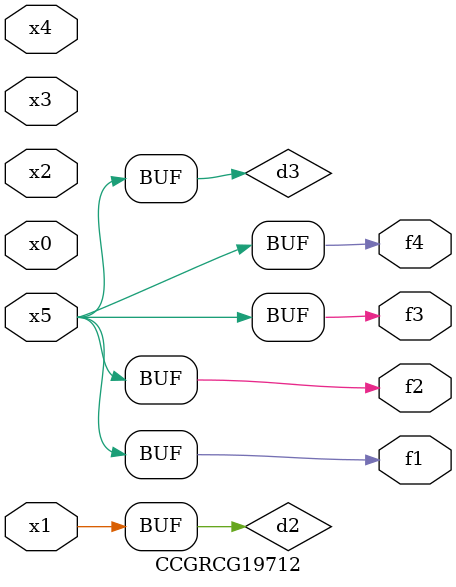
<source format=v>
module CCGRCG19712(
	input x0, x1, x2, x3, x4, x5,
	output f1, f2, f3, f4
);

	wire d1, d2, d3;

	not (d1, x5);
	or (d2, x1);
	xnor (d3, d1);
	assign f1 = d3;
	assign f2 = d3;
	assign f3 = d3;
	assign f4 = d3;
endmodule

</source>
